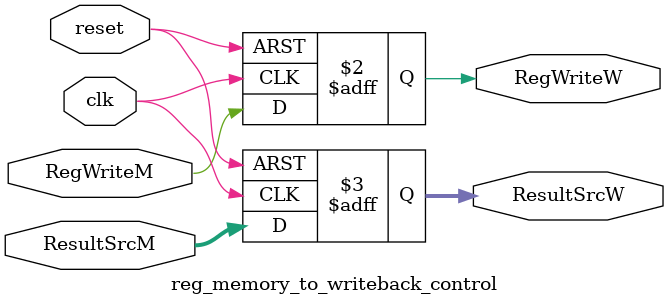
<source format=v>
`timescale 1ns / 1ps

// falta agregar lo de hazard unit
module reg_memory_to_writeback_control(
    input             clk,
    input             reset,

    // --------- CONTROL desde etapa M ---------
    input             RegWriteM,
    input      [1:0]  ResultSrcM,

    // --------- CONTROL hacia etapa W --------
    output reg        RegWriteW,
    output reg [1:0]  ResultSrcW
);

    always @ (posedge clk or posedge reset) begin
        if (reset) begin
            // CONTROL
            RegWriteW  <= 1'b0;
            ResultSrcW <= 2'b0;

        end else begin
            // CONTROL
            RegWriteW  <= RegWriteM;
            ResultSrcW <= ResultSrcM;

        end
    end

endmodule
</source>
